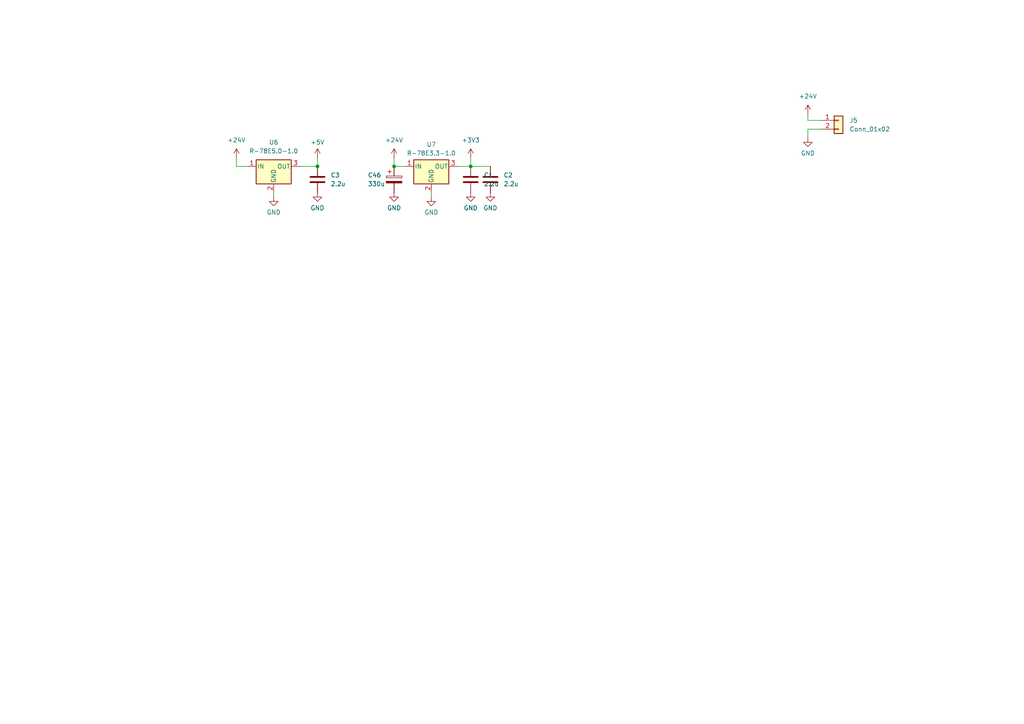
<source format=kicad_sch>
(kicad_sch (version 20231120) (generator "eeschema") (generator_version "8.0")
  (paper "A4")
  (lib_symbols
    (symbol "Connector_Generic:Conn_01x02" (pin_names (offset 1.016) hide)
      (property "Reference" "J" (at 0 2.54 0))
      (property "Value" "Conn_01x02" (at 0 -5.08 0))
      (symbol "Conn_01x02_1_1"
        (rectangle (start -1.27 -2.413) (end 0 -2.667) (stroke (width 0.1524)))
        (rectangle (start -1.27 0.127) (end 0 -0.127) (stroke (width 0.1524)))
        (rectangle (start -1.27 1.27) (end 1.27 -3.81) (stroke (width 0.254)) (fill (type background)))
        (pin passive line (at -5.08 0 0) (length 3.81) (name "Pin_1") (number "1"))
        (pin passive line (at -5.08 -2.54 0) (length 3.81) (name "Pin_2") (number "2"))
      )
    )
    (symbol "Device:C" (pin_numbers hide) (pin_names (offset 0.254))
      (property "Reference" "C" (at 0.635 2.54 0))
      (property "Value" "C" (at 0.635 -2.54 0))
      (symbol "C_0_1"
        (polyline (pts (xy -2.032 -0.762) (xy 2.032 -0.762)) (stroke (width 0.508)))
        (polyline (pts (xy -2.032 0.762) (xy 2.032 0.762)) (stroke (width 0.508)))
      )
      (symbol "C_1_1"
        (pin passive line (at 0 3.81 270) (length 2.794) (name "~") (number "1"))
        (pin passive line (at 0 -3.81 90) (length 2.794) (name "~") (number "2"))
      )
    )
    (symbol "Device:C_Polarized" (pin_numbers hide) (pin_names (offset 0.254))
      (property "Reference" "C" (at 0.635 2.54 0))
      (property "Value" "C_Polarized" (at 0.635 -2.54 0))
      (symbol "C_Polarized_0_1"
        (rectangle (start -2.286 0.508) (end 2.286 1.016))
        (polyline (pts (xy -1.778 2.286) (xy -0.762 2.286)))
        (polyline (pts (xy -1.27 2.794) (xy -1.27 1.778)))
        (rectangle (start 2.286 -0.508) (end -2.286 -1.016) (fill (type outline)))
      )
      (symbol "C_Polarized_1_1"
        (pin passive line (at 0 3.81 270) (length 2.794) (name "~") (number "1"))
        (pin passive line (at 0 -3.81 90) (length 2.794) (name "~") (number "2"))
      )
    )
    (symbol "Regulator_Switching:R-78E3.3-1.0" (pin_names (offset 0.254))
      (property "Reference" "U" (at -3.81 3.175 0))
      (property "Value" "R-78E3.3-1.0" (at 0 3.175 0))
      (symbol "R-78E3.3-1.0_0_1"
        (rectangle (start -5.08 1.905) (end 5.08 -5.08) (stroke (width 0.254)) (fill (type background)))
      )
      (symbol "R-78E3.3-1.0_1_1"
        (pin power_in line (at -7.62 0 0) (length 2.54) (name "IN") (number "1"))
        (pin power_in line (at 0 -7.62 90) (length 2.54) (name "GND") (number "2"))
        (pin power_out line (at 7.62 0 180) (length 2.54) (name "OUT") (number "3"))
      )
    )
    (symbol "Regulator_Switching:R-78E5.0-1.0" (pin_names (offset 0.254))
      (property "Reference" "U" (at -3.81 3.175 0))
      (property "Value" "R-78E5.0-1.0" (at 0 3.175 0))
      (symbol "R-78E5.0-1.0_0_1"
        (rectangle (start -5.08 1.905) (end 5.08 -5.08) (stroke (width 0.254)) (fill (type background)))
      )
      (symbol "R-78E5.0-1.0_1_1"
        (pin power_in line (at -7.62 0 0) (length 2.54) (name "IN") (number "1"))
        (pin power_in line (at 0 -7.62 90) (length 2.54) (name "GND") (number "2"))
        (pin power_out line (at 7.62 0 180) (length 2.54) (name "OUT") (number "3"))
      )
    )
    (symbol "power:+24V" (power) (pin_numbers hide) (pin_names (offset 0) hide)
      (property "Value" "+24V" (at 0 3.556 0))
      (symbol "+24V_0_1"
        (polyline (pts (xy -0.762 1.27) (xy 0 2.54)))
        (polyline (pts (xy 0 0) (xy 0 2.54)))
        (polyline (pts (xy 0 2.54) (xy 0.762 1.27)))
      )
      (symbol "+24V_1_1"
        (pin power_in line (at 0 0 90) (length 0) (name "~") (number "1"))
      )
    )
    (symbol "power:+3V3" (power) (pin_numbers hide) (pin_names (offset 0) hide)
      (property "Value" "+3V3" (at 0 3.556 0))
      (symbol "+3V3_0_1"
        (polyline (pts (xy -0.762 1.27) (xy 0 2.54)))
        (polyline (pts (xy 0 0) (xy 0 2.54)))
        (polyline (pts (xy 0 2.54) (xy 0.762 1.27)))
      )
      (symbol "+3V3_1_1"
        (pin power_in line (at 0 0 90) (length 0) (name "~") (number "1"))
      )
    )
    (symbol "power:+5V" (power) (pin_numbers hide) (pin_names (offset 0) hide)
      (property "Value" "+5V" (at 0 3.556 0))
      (symbol "+5V_0_1"
        (polyline (pts (xy -0.762 1.27) (xy 0 2.54)))
        (polyline (pts (xy 0 0) (xy 0 2.54)))
        (polyline (pts (xy 0 2.54) (xy 0.762 1.27)))
      )
      (symbol "+5V_1_1"
        (pin power_in line (at 0 0 90) (length 0) (name "~") (number "1"))
      )
    )
    (symbol "power:GND" (power) (pin_numbers hide) (pin_names (offset 0) hide)
      (property "Value" "GND" (at 0 -3.81 0))
      (symbol "GND_0_1"
        (polyline (pts (xy 0 0) (xy 0 -1.27) (xy 1.27 -1.27) (xy 0 -2.54) (xy -1.27 -1.27) (xy 0 -1.27)))
      )
      (symbol "GND_1_1"
        (pin power_in line (at 0 0 270) (length 0) (name "~") (number "1"))
      )
    )
  )
  (junction (at 92.075 48.26))
  (junction (at 136.525 48.26))
  (junction (at 114.3 48.26))
  (wire (pts (xy 92.075 48.26) (xy 86.995 48.26)))
  (wire (pts (xy 136.525 48.26) (xy 142.24 48.26)))
  (wire (pts (xy 136.525 48.26) (xy 132.715 48.26)))
  (wire (pts (xy 79.375 55.88) (xy 79.375 57.15)))
  (wire (pts (xy 238.125 34.925) (xy 234.315 34.925)))
  (wire (pts (xy 136.525 45.72) (xy 136.525 48.26)))
  (wire (pts (xy 234.315 37.465) (xy 238.125 37.465)))
  (wire (pts (xy 68.58 48.26) (xy 71.755 48.26)))
  (wire (pts (xy 92.075 45.72) (xy 92.075 48.26)))
  (wire (pts (xy 234.315 34.925) (xy 234.315 33.02)))
  (wire (pts (xy 234.315 40.005) (xy 234.315 37.465)))
  (wire (pts (xy 114.3 48.26) (xy 117.475 48.26)))
  (wire (pts (xy 125.095 55.88) (xy 125.095 57.15)))
  (wire (pts (xy 68.58 45.72) (xy 68.58 48.26)))
  (wire (pts (xy 114.3 45.72) (xy 114.3 48.26)))
  (symbol (lib_id "Connector_Generic:Conn_01x02") (at 243.205 34.925 0) (unit 1) (in_bom no)
    (property "Reference" "J5" (at 246.38 34.9249 0) (effects (justify left)))
    (property "Value" "Conn_01x02" (at 246.38 37.4649 0) (effects (justify left)))
    (property "Footprint" "Connector_Wago:Wago_734-132_1x02_P3.50mm_Vertical" (effects (hide yes)))
    (property "Description" "Generic connector, single row, 01x02, script generated (kicad-library-utils/schlib/autogen/connector/)" (effects (hide yes)))
  )
  (symbol (lib_id "power:+3V3") (at 136.525 45.72 0) (unit 1)
    (property "Reference" "#PWR0101" (effects (hide yes)))
    (property "Value" "+3V3" (at 136.525 40.64 0))
    (property "Description" "Power symbol creates a global label with name \"+3V3\"" (effects (hide yes)))
  )
  (symbol (lib_id "power:+5V") (at 92.075 45.72 0) (unit 1)
    (property "Reference" "#PWR096" (effects (hide yes)))
    (property "Value" "+5V" (at 92.075 41.275 0))
    (property "Description" "Power symbol creates a global label with name \"+5V\"" (effects (hide yes)))
  )
  (symbol (lib_id "power:GND") (at 142.24 55.88 0) (unit 1)
    (property "Reference" "#PWR083" (effects (hide yes)))
    (property "Value" "GND" (at 142.24 60.325 0))
    (property "Description" "Power symbol creates a global label with name \"GND\" , ground" (effects (hide yes)))
  )
  (symbol (lib_id "Device:C") (at 136.525 52.07 0) (unit 1)
    (property "Reference" "C1" (at 140.335 50.7999 0) (effects (justify left)))
    (property "Value" "2.2u" (at 140.335 53.3399 0) (effects (justify left)))
    (property "Footprint" "Resistor_SMD:R_0805_2012Metric" (effects (hide yes)))
    (property "Description" "Unpolarized capacitor" (effects (hide yes)))
    (property "JLCPCB" "C377773" (effects (hide yes)))
  )
  (symbol (lib_id "power:+24V") (at 68.58 45.72 0) (unit 1)
    (property "Reference" "#PWR093" (effects (hide yes)))
    (property "Value" "+24V" (at 68.58 40.64 0))
    (property "Description" "Power symbol creates a global label with name \"+24V\"" (effects (hide yes)))
  )
  (symbol (lib_id "Device:C") (at 92.075 52.07 0) (unit 1)
    (property "Reference" "C3" (at 95.885 50.7999 0) (effects (justify left)))
    (property "Value" "2.2u" (at 95.885 53.3399 0) (effects (justify left)))
    (property "Footprint" "Resistor_SMD:R_0805_2012Metric" (effects (hide yes)))
    (property "Description" "Unpolarized capacitor" (effects (hide yes)))
    (property "JLCPCB" "C377773" (effects (hide yes)))
  )
  (symbol (lib_id "power:GND") (at 79.375 57.15 0) (unit 1)
    (property "Reference" "#PWR095" (effects (hide yes)))
    (property "Value" "GND" (at 79.375 61.595 0))
    (property "Description" "Power symbol creates a global label with name \"GND\" , ground" (effects (hide yes)))
  )
  (symbol (lib_id "Regulator_Switching:R-78E3.3-1.0") (at 125.095 48.26 0) (unit 1) (in_bom no)
    (property "Reference" "U7" (at 125.095 41.91 0))
    (property "Value" "R-78E3.3-1.0" (at 125.095 44.45 0))
    (property "Footprint" "Converter_DCDC:Converter_DCDC_RECOM_R-78E-0.5_THT" (effects (hide yes)))
    (property "Datasheet" "https://www.recom-power.com/pdf/Innoline/R-78Exx-1.0.pdf" (effects (hide yes)))
    (property "Description" "1A Step-Down DC/DC-Regulator, 6-28V input, 3.3V fixed Output Voltage, LM78xx replacement, -40°C to +85°C, SIP3" (effects (hide yes)))
  )
  (symbol (lib_id "power:GND") (at 114.3 55.88 0) (unit 1)
    (property "Reference" "#PWR099" (effects (hide yes)))
    (property "Value" "GND" (at 114.3 60.325 0))
    (property "Description" "Power symbol creates a global label with name \"GND\" , ground" (effects (hide yes)))
  )
  (symbol (lib_id "power:GND") (at 136.525 55.88 0) (unit 1)
    (property "Reference" "#PWR0102" (effects (hide yes)))
    (property "Value" "GND" (at 136.525 60.325 0))
    (property "Description" "Power symbol creates a global label with name \"GND\" , ground" (effects (hide yes)))
  )
  (symbol (lib_id "Device:C") (at 142.24 52.07 0) (unit 1)
    (property "Reference" "C2" (at 146.05 50.7999 0) (effects (justify left)))
    (property "Value" "2.2u" (at 146.05 53.3399 0) (effects (justify left)))
    (property "Footprint" "Resistor_SMD:R_0805_2012Metric" (effects (hide yes)))
    (property "Description" "Unpolarized capacitor" (effects (hide yes)))
    (property "JLCPCB" "C377773" (effects (hide yes)))
  )
  (symbol (lib_id "power:GND") (at 92.075 55.88 0) (unit 1)
    (property "Reference" "#PWR084" (effects (hide yes)))
    (property "Value" "GND" (at 92.075 60.325 0))
    (property "Description" "Power symbol creates a global label with name \"GND\" , ground" (effects (hide yes)))
  )
  (symbol (lib_id "Regulator_Switching:R-78E5.0-1.0") (at 79.375 48.26 0) (unit 1) (in_bom no)
    (property "Reference" "U6" (at 79.375 41.275 0))
    (property "Value" "R-78E5.0-1.0" (at 79.375 43.815 0))
    (property "Footprint" "Converter_DCDC:Converter_DCDC_RECOM_R-78E-0.5_THT" (effects (hide yes)))
    (property "Datasheet" "https://www.recom-power.com/pdf/Innoline/R-78Exx-1.0.pdf" (effects (hide yes)))
    (property "Description" "1A Step-Down DC/DC-Regulator, 7-28V input, 5V fixed Output Voltage, LM78xx replacement, -40°C to +85°C, SIP3" (effects (hide yes)))
  )
  (symbol (lib_id "power:GND") (at 234.315 40.005 0) (unit 1)
    (property "Reference" "#PWR0104" (effects (hide yes)))
    (property "Value" "GND" (at 234.315 44.45 0))
    (property "Description" "Power symbol creates a global label with name \"GND\" , ground" (effects (hide yes)))
  )
  (symbol (lib_id "power:GND") (at 125.095 57.15 0) (unit 1)
    (property "Reference" "#PWR0100" (effects (hide yes)))
    (property "Value" "GND" (at 125.095 61.595 0))
    (property "Description" "Power symbol creates a global label with name \"GND\" , ground" (effects (hide yes)))
  )
  (symbol (lib_id "Device:C_Polarized") (at 114.3 52.07 0) (unit 1) (in_bom no)
    (property "Reference" "C46" (at 106.68 50.8 0) (effects (justify left)))
    (property "Value" "330u" (at 106.68 53.34 0) (effects (justify left)))
    (property "Footprint" "Capacitor_SMD:CP_Elec_10x10.5" (effects (hide yes)))
    (property "Description" "Polarized capacitor" (effects (hide yes)))
    (property "JLCPCB" "C5155333" (effects (hide yes)))
  )
  (symbol (lib_id "power:+24V") (at 234.315 33.02 0) (unit 1)
    (property "Reference" "#PWR0103" (effects (hide yes)))
    (property "Value" "+24V" (at 234.315 27.94 0))
    (property "Description" "Power symbol creates a global label with name \"+24V\"" (effects (hide yes)))
  )
  (symbol (lib_id "power:+24V") (at 114.3 45.72 0) (unit 1)
    (property "Reference" "#PWR098" (effects (hide yes)))
    (property "Value" "+24V" (at 114.3 40.64 0))
    (property "Description" "Power symbol creates a global label with name \"+24V\"" (effects (hide yes)))
  )
)
</source>
